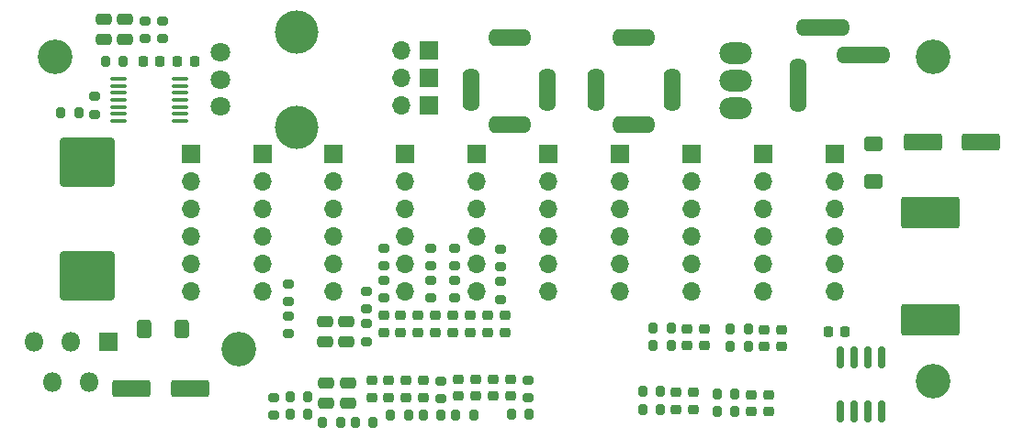
<source format=gbs>
G04 #@! TF.GenerationSoftware,KiCad,Pcbnew,7.0.9-69-ge1c0bddff3*
G04 #@! TF.CreationDate,2024-02-19T13:42:33+01:00*
G04 #@! TF.ProjectId,ASP_Backplane,4153505f-4261-4636-9b70-6c616e652e6b,B*
G04 #@! TF.SameCoordinates,Original*
G04 #@! TF.FileFunction,Soldermask,Bot*
G04 #@! TF.FilePolarity,Negative*
%FSLAX46Y46*%
G04 Gerber Fmt 4.6, Leading zero omitted, Abs format (unit mm)*
G04 Created by KiCad (PCBNEW 7.0.9-69-ge1c0bddff3) date 2024-02-19 13:42:33*
%MOMM*%
%LPD*%
G01*
G04 APERTURE LIST*
G04 Aperture macros list*
%AMRoundRect*
0 Rectangle with rounded corners*
0 $1 Rounding radius*
0 $2 $3 $4 $5 $6 $7 $8 $9 X,Y pos of 4 corners*
0 Add a 4 corners polygon primitive as box body*
4,1,4,$2,$3,$4,$5,$6,$7,$8,$9,$2,$3,0*
0 Add four circle primitives for the rounded corners*
1,1,$1+$1,$2,$3*
1,1,$1+$1,$4,$5*
1,1,$1+$1,$6,$7*
1,1,$1+$1,$8,$9*
0 Add four rect primitives between the rounded corners*
20,1,$1+$1,$2,$3,$4,$5,0*
20,1,$1+$1,$4,$5,$6,$7,0*
20,1,$1+$1,$6,$7,$8,$9,0*
20,1,$1+$1,$8,$9,$2,$3,0*%
G04 Aperture macros list end*
%ADD10RoundRect,0.250000X-0.475000X0.250000X-0.475000X-0.250000X0.475000X-0.250000X0.475000X0.250000X0*%
%ADD11C,3.200000*%
%ADD12O,4.000000X1.600000*%
%ADD13O,1.600000X4.000000*%
%ADD14RoundRect,0.250000X-1.500000X-0.550000X1.500000X-0.550000X1.500000X0.550000X-1.500000X0.550000X0*%
%ADD15R,1.700000X1.700000*%
%ADD16O,1.700000X1.700000*%
%ADD17RoundRect,0.225000X0.225000X0.250000X-0.225000X0.250000X-0.225000X-0.250000X0.225000X-0.250000X0*%
%ADD18O,1.800000X1.800000*%
%ADD19R,1.800000X1.800000*%
%ADD20RoundRect,0.150000X-0.150000X0.825000X-0.150000X-0.825000X0.150000X-0.825000X0.150000X0.825000X0*%
%ADD21RoundRect,0.200000X-0.200000X-0.275000X0.200000X-0.275000X0.200000X0.275000X-0.200000X0.275000X0*%
%ADD22RoundRect,0.225000X0.250000X-0.225000X0.250000X0.225000X-0.250000X0.225000X-0.250000X-0.225000X0*%
%ADD23RoundRect,0.200000X-0.275000X0.200000X-0.275000X-0.200000X0.275000X-0.200000X0.275000X0.200000X0*%
%ADD24RoundRect,0.225000X-0.250000X0.225000X-0.250000X-0.225000X0.250000X-0.225000X0.250000X0.225000X0*%
%ADD25RoundRect,0.250000X-0.400000X-0.600000X0.400000X-0.600000X0.400000X0.600000X-0.400000X0.600000X0*%
%ADD26O,1.600000X5.000000*%
%ADD27O,5.000000X1.600000*%
%ADD28RoundRect,0.200000X0.275000X-0.200000X0.275000X0.200000X-0.275000X0.200000X-0.275000X-0.200000X0*%
%ADD29RoundRect,0.200000X0.200000X0.275000X-0.200000X0.275000X-0.200000X-0.275000X0.200000X-0.275000X0*%
%ADD30RoundRect,0.250000X0.475000X-0.250000X0.475000X0.250000X-0.475000X0.250000X-0.475000X-0.250000X0*%
%ADD31RoundRect,0.100000X0.637500X0.100000X-0.637500X0.100000X-0.637500X-0.100000X0.637500X-0.100000X0*%
%ADD32C,4.000000*%
%ADD33C,1.800000*%
%ADD34RoundRect,0.250000X0.600000X-0.400000X0.600000X0.400000X-0.600000X0.400000X-0.600000X-0.400000X0*%
%ADD35O,3.000000X2.000000*%
%ADD36RoundRect,0.250000X2.450000X-1.200000X2.450000X1.200000X-2.450000X1.200000X-2.450000X-1.200000X0*%
%ADD37RoundRect,0.250000X2.250000X-2.000000X2.250000X2.000000X-2.250000X2.000000X-2.250000X-2.000000X0*%
G04 APERTURE END LIST*
D10*
G04 #@! TO.C,C67*
X73900000Y-155450000D03*
X73900000Y-157350000D03*
G04 #@! TD*
D11*
G04 #@! TO.C,REF\u002A\u002A*
X49000000Y-131000000D03*
G04 #@! TD*
G04 #@! TO.C,REF\u002A\u002A*
X130000000Y-161000000D03*
G04 #@! TD*
G04 #@! TO.C,REF\u002A\u002A*
X130000000Y-131000000D03*
G04 #@! TD*
G04 #@! TO.C,*
X66000000Y-158000000D03*
G04 #@! TD*
D12*
G04 #@! TO.C,J3*
X102400000Y-137300000D03*
D13*
X98900000Y-134100000D03*
X105900000Y-134100000D03*
D12*
X102400000Y-129200000D03*
G04 #@! TD*
G04 #@! TO.C,J2*
X90900000Y-137300000D03*
D13*
X87400000Y-134100000D03*
X94400000Y-134100000D03*
D12*
X90900000Y-129200000D03*
G04 #@! TD*
D14*
G04 #@! TO.C,C3*
X129000000Y-138900000D03*
X134400000Y-138900000D03*
G04 #@! TD*
D15*
G04 #@! TO.C,J10*
X81325000Y-140000000D03*
D16*
X81325000Y-142540000D03*
X81325000Y-145080000D03*
X81325000Y-147620000D03*
X81325000Y-150160000D03*
X81325000Y-152700000D03*
G04 #@! TD*
D15*
G04 #@! TO.C,J9*
X87925000Y-140000000D03*
D16*
X87925000Y-142540000D03*
X87925000Y-145080000D03*
X87925000Y-147620000D03*
X87925000Y-150160000D03*
X87925000Y-152700000D03*
G04 #@! TD*
D15*
G04 #@! TO.C,J7*
X101125000Y-140000000D03*
D16*
X101125000Y-142540000D03*
X101125000Y-145080000D03*
X101125000Y-147620000D03*
X101125000Y-150160000D03*
X101125000Y-152700000D03*
G04 #@! TD*
D15*
G04 #@! TO.C,J12*
X68125000Y-140000000D03*
D16*
X68125000Y-142540000D03*
X68125000Y-145080000D03*
X68125000Y-147620000D03*
X68125000Y-150160000D03*
X68125000Y-152700000D03*
G04 #@! TD*
D15*
G04 #@! TO.C,J13*
X61525000Y-140000000D03*
D16*
X61525000Y-142540000D03*
X61525000Y-145080000D03*
X61525000Y-147620000D03*
X61525000Y-150160000D03*
X61525000Y-152700000D03*
G04 #@! TD*
D15*
G04 #@! TO.C,J6*
X107725000Y-140000000D03*
D16*
X107725000Y-142540000D03*
X107725000Y-145080000D03*
X107725000Y-147620000D03*
X107725000Y-150160000D03*
X107725000Y-152700000D03*
G04 #@! TD*
D15*
G04 #@! TO.C,J11*
X74725000Y-140000000D03*
D16*
X74725000Y-142540000D03*
X74725000Y-145080000D03*
X74725000Y-147620000D03*
X74725000Y-150160000D03*
X74725000Y-152700000D03*
G04 #@! TD*
D15*
G04 #@! TO.C,J5*
X114325000Y-140000000D03*
D16*
X114325000Y-142540000D03*
X114325000Y-145080000D03*
X114325000Y-147620000D03*
X114325000Y-150160000D03*
X114325000Y-152700000D03*
G04 #@! TD*
D15*
G04 #@! TO.C,J8*
X94525000Y-140000000D03*
D16*
X94525000Y-142540000D03*
X94525000Y-145080000D03*
X94525000Y-147620000D03*
X94525000Y-150160000D03*
X94525000Y-152700000D03*
G04 #@! TD*
D17*
G04 #@! TO.C,C24*
X61875000Y-131400000D03*
X60325000Y-131400000D03*
G04 #@! TD*
D15*
G04 #@! TO.C,J4*
X120925000Y-140000000D03*
D16*
X120925000Y-142540000D03*
X120925000Y-145080000D03*
X120925000Y-147620000D03*
X120925000Y-150160000D03*
X120925000Y-152700000D03*
G04 #@! TD*
D18*
G04 #@! TO.C,U3*
X47100000Y-157350000D03*
X48800000Y-161050000D03*
X50500000Y-157350000D03*
X52200000Y-161050000D03*
D19*
X53900000Y-157350000D03*
G04 #@! TD*
D20*
G04 #@! TO.C,U2*
X121395000Y-163775000D03*
X122665000Y-163775000D03*
X123935000Y-163775000D03*
X125205000Y-163775000D03*
X125205000Y-158825000D03*
X123935000Y-158825000D03*
X122665000Y-158825000D03*
X121395000Y-158825000D03*
G04 #@! TD*
D21*
G04 #@! TO.C,R27*
X103175000Y-163600000D03*
X104825000Y-163600000D03*
G04 #@! TD*
D22*
G04 #@! TO.C,C43*
X91000000Y-162375000D03*
X91000000Y-160825000D03*
G04 #@! TD*
D23*
G04 #@! TO.C,R19*
X90100000Y-151775000D03*
X90100000Y-153425000D03*
G04 #@! TD*
D21*
G04 #@! TO.C,R16*
X110075000Y-162200000D03*
X111725000Y-162200000D03*
G04 #@! TD*
D24*
G04 #@! TO.C,C52*
X85700000Y-154925000D03*
X85700000Y-156475000D03*
G04 #@! TD*
D21*
G04 #@! TO.C,R17*
X103175000Y-161964166D03*
X104825000Y-161964166D03*
G04 #@! TD*
G04 #@! TO.C,R24*
X70675000Y-162400000D03*
X72325000Y-162400000D03*
G04 #@! TD*
D24*
G04 #@! TO.C,C62*
X87300000Y-154925000D03*
X87300000Y-156475000D03*
G04 #@! TD*
D25*
G04 #@! TO.C,D2*
X57250000Y-156200000D03*
X60750000Y-156200000D03*
G04 #@! TD*
D22*
G04 #@! TO.C,C35*
X79800000Y-162475000D03*
X79800000Y-160925000D03*
G04 #@! TD*
D21*
G04 #@! TO.C,R57*
X104175000Y-156100000D03*
X105825000Y-156100000D03*
G04 #@! TD*
D23*
G04 #@! TO.C,R63*
X70500000Y-151975000D03*
X70500000Y-153625000D03*
G04 #@! TD*
G04 #@! TO.C,R49*
X85900000Y-151675000D03*
X85900000Y-153325000D03*
G04 #@! TD*
G04 #@! TO.C,R55*
X52700000Y-134675000D03*
X52700000Y-136325000D03*
G04 #@! TD*
D22*
G04 #@! TO.C,C30*
X107900000Y-163575000D03*
X107900000Y-162025000D03*
G04 #@! TD*
D26*
G04 #@! TO.C,J1*
X117500000Y-133650000D03*
D27*
X119800000Y-128350000D03*
X123500000Y-130850000D03*
G04 #@! TD*
D21*
G04 #@! TO.C,R46*
X111275000Y-157800000D03*
X112925000Y-157800000D03*
G04 #@! TD*
D28*
G04 #@! TO.C,R35*
X57300000Y-129325000D03*
X57300000Y-127675000D03*
G04 #@! TD*
D29*
G04 #@! TO.C,R62*
X84625000Y-164100000D03*
X82975000Y-164100000D03*
G04 #@! TD*
G04 #@! TO.C,R30*
X92725000Y-164000000D03*
X91075000Y-164000000D03*
G04 #@! TD*
D24*
G04 #@! TO.C,C42*
X90500000Y-154925000D03*
X90500000Y-156475000D03*
G04 #@! TD*
D29*
G04 #@! TO.C,R45*
X55325000Y-131400000D03*
X53675000Y-131400000D03*
G04 #@! TD*
G04 #@! TO.C,R32*
X78325000Y-164800000D03*
X76675000Y-164800000D03*
G04 #@! TD*
D28*
G04 #@! TO.C,R53*
X70500000Y-156625000D03*
X70500000Y-154975000D03*
G04 #@! TD*
D23*
G04 #@! TO.C,R20*
X92600000Y-160875000D03*
X92600000Y-162525000D03*
G04 #@! TD*
D21*
G04 #@! TO.C,R34*
X70675000Y-164000000D03*
X72325000Y-164000000D03*
G04 #@! TD*
D23*
G04 #@! TO.C,R31*
X83700000Y-148675000D03*
X83700000Y-150325000D03*
G04 #@! TD*
D30*
G04 #@! TO.C,C37*
X74000000Y-163050000D03*
X74000000Y-161150000D03*
G04 #@! TD*
D31*
G04 #@! TO.C,U4*
X60562500Y-133050000D03*
X60562500Y-133700000D03*
X60562500Y-134350000D03*
X60562500Y-135000000D03*
X60562500Y-135650000D03*
X60562500Y-136300000D03*
X60562500Y-136950000D03*
X54837500Y-136950000D03*
X54837500Y-136300000D03*
X54837500Y-135650000D03*
X54837500Y-135000000D03*
X54837500Y-134350000D03*
X54837500Y-133700000D03*
X54837500Y-133050000D03*
G04 #@! TD*
D24*
G04 #@! TO.C,C54*
X79300000Y-154925000D03*
X79300000Y-156475000D03*
G04 #@! TD*
D10*
G04 #@! TO.C,C48*
X53500000Y-127550000D03*
X53500000Y-129450000D03*
G04 #@! TD*
D21*
G04 #@! TO.C,R26*
X110075000Y-163800000D03*
X111725000Y-163800000D03*
G04 #@! TD*
D23*
G04 #@! TO.C,R64*
X77700000Y-152675000D03*
X77700000Y-154325000D03*
G04 #@! TD*
D32*
G04 #@! TO.C,RV1*
X71300000Y-128700000D03*
X71300000Y-137500000D03*
D33*
X64300000Y-130600000D03*
X64300000Y-133100000D03*
X64300000Y-135600000D03*
G04 #@! TD*
D23*
G04 #@! TO.C,R29*
X90100000Y-148775000D03*
X90100000Y-150425000D03*
G04 #@! TD*
D34*
G04 #@! TO.C,D3*
X124500000Y-142550000D03*
X124500000Y-139050000D03*
G04 #@! TD*
D17*
G04 #@! TO.C,C5*
X121875000Y-156400000D03*
X120325000Y-156400000D03*
G04 #@! TD*
G04 #@! TO.C,C25*
X58675000Y-131400000D03*
X57125000Y-131400000D03*
G04 #@! TD*
D23*
G04 #@! TO.C,R51*
X79300000Y-151675000D03*
X79300000Y-153325000D03*
G04 #@! TD*
D24*
G04 #@! TO.C,C50*
X107300000Y-156125000D03*
X107300000Y-157675000D03*
G04 #@! TD*
D10*
G04 #@! TO.C,C38*
X55500000Y-127550000D03*
X55500000Y-129450000D03*
G04 #@! TD*
D21*
G04 #@! TO.C,R47*
X104175000Y-157700000D03*
X105825000Y-157700000D03*
G04 #@! TD*
D22*
G04 #@! TO.C,C65*
X81400000Y-162475000D03*
X81400000Y-160925000D03*
G04 #@! TD*
D15*
G04 #@! TO.C,JP3*
X83475000Y-132960000D03*
D16*
X80935000Y-132960000D03*
G04 #@! TD*
D28*
G04 #@! TO.C,R25*
X58900000Y-129325000D03*
X58900000Y-127675000D03*
G04 #@! TD*
D21*
G04 #@! TO.C,R22*
X73675000Y-164800000D03*
X75325000Y-164800000D03*
G04 #@! TD*
D22*
G04 #@! TO.C,C33*
X89400000Y-162375000D03*
X89400000Y-160825000D03*
G04 #@! TD*
D30*
G04 #@! TO.C,C47*
X76000000Y-163050000D03*
X76000000Y-161150000D03*
G04 #@! TD*
D22*
G04 #@! TO.C,C39*
X113200000Y-163775000D03*
X113200000Y-162225000D03*
G04 #@! TD*
D21*
G04 #@! TO.C,R52*
X79975000Y-164100000D03*
X81625000Y-164100000D03*
G04 #@! TD*
D24*
G04 #@! TO.C,C59*
X116000000Y-156225000D03*
X116000000Y-157775000D03*
G04 #@! TD*
G04 #@! TO.C,C49*
X114400000Y-156225000D03*
X114400000Y-157775000D03*
G04 #@! TD*
D28*
G04 #@! TO.C,R54*
X77700000Y-157325000D03*
X77700000Y-155675000D03*
G04 #@! TD*
D35*
G04 #@! TO.C,SW1*
X111800000Y-130660000D03*
X111800000Y-133200000D03*
X111800000Y-135740000D03*
G04 #@! TD*
D24*
G04 #@! TO.C,C34*
X82500000Y-154925000D03*
X82500000Y-156475000D03*
G04 #@! TD*
G04 #@! TO.C,C32*
X88900000Y-154925000D03*
X88900000Y-156475000D03*
G04 #@! TD*
D22*
G04 #@! TO.C,C55*
X83000000Y-162475000D03*
X83000000Y-160925000D03*
G04 #@! TD*
D21*
G04 #@! TO.C,R56*
X111275000Y-156200000D03*
X112925000Y-156200000D03*
G04 #@! TD*
D24*
G04 #@! TO.C,C60*
X108900000Y-156125000D03*
X108900000Y-157675000D03*
G04 #@! TD*
D22*
G04 #@! TO.C,C40*
X106300000Y-163575000D03*
X106300000Y-162025000D03*
G04 #@! TD*
D24*
G04 #@! TO.C,C44*
X84100000Y-154925000D03*
X84100000Y-156475000D03*
G04 #@! TD*
D29*
G04 #@! TO.C,R50*
X87625000Y-164100000D03*
X85975000Y-164100000D03*
G04 #@! TD*
D21*
G04 #@! TO.C,R65*
X49575000Y-136200000D03*
X51225000Y-136200000D03*
G04 #@! TD*
D24*
G04 #@! TO.C,C64*
X80900000Y-154925000D03*
X80900000Y-156475000D03*
G04 #@! TD*
D10*
G04 #@! TO.C,C57*
X75900000Y-155450000D03*
X75900000Y-157350000D03*
G04 #@! TD*
D36*
G04 #@! TO.C,L1*
X129700000Y-145450000D03*
X129700000Y-155350000D03*
G04 #@! TD*
D37*
G04 #@! TO.C,L3*
X52000000Y-151250000D03*
X52000000Y-140750000D03*
G04 #@! TD*
D28*
G04 #@! TO.C,R60*
X84600000Y-162625000D03*
X84600000Y-160975000D03*
G04 #@! TD*
D22*
G04 #@! TO.C,C29*
X114800000Y-163775000D03*
X114800000Y-162225000D03*
G04 #@! TD*
D14*
G04 #@! TO.C,C1*
X56100000Y-161700000D03*
X61500000Y-161700000D03*
G04 #@! TD*
D23*
G04 #@! TO.C,R21*
X83700000Y-151675000D03*
X83700000Y-153325000D03*
G04 #@! TD*
G04 #@! TO.C,R59*
X85900000Y-148675000D03*
X85900000Y-150325000D03*
G04 #@! TD*
D22*
G04 #@! TO.C,C45*
X78200000Y-162475000D03*
X78200000Y-160925000D03*
G04 #@! TD*
D15*
G04 #@! TO.C,JP2*
X83475000Y-135500000D03*
D16*
X80935000Y-135500000D03*
G04 #@! TD*
D15*
G04 #@! TO.C,JP1*
X83475000Y-130420000D03*
D16*
X80935000Y-130420000D03*
G04 #@! TD*
D23*
G04 #@! TO.C,R61*
X79300000Y-148675000D03*
X79300000Y-150325000D03*
G04 #@! TD*
G04 #@! TO.C,R23*
X69200000Y-162475000D03*
X69200000Y-164125000D03*
G04 #@! TD*
D22*
G04 #@! TO.C,C53*
X86200000Y-162375000D03*
X86200000Y-160825000D03*
G04 #@! TD*
G04 #@! TO.C,C63*
X87800000Y-162375000D03*
X87800000Y-160825000D03*
G04 #@! TD*
M02*

</source>
